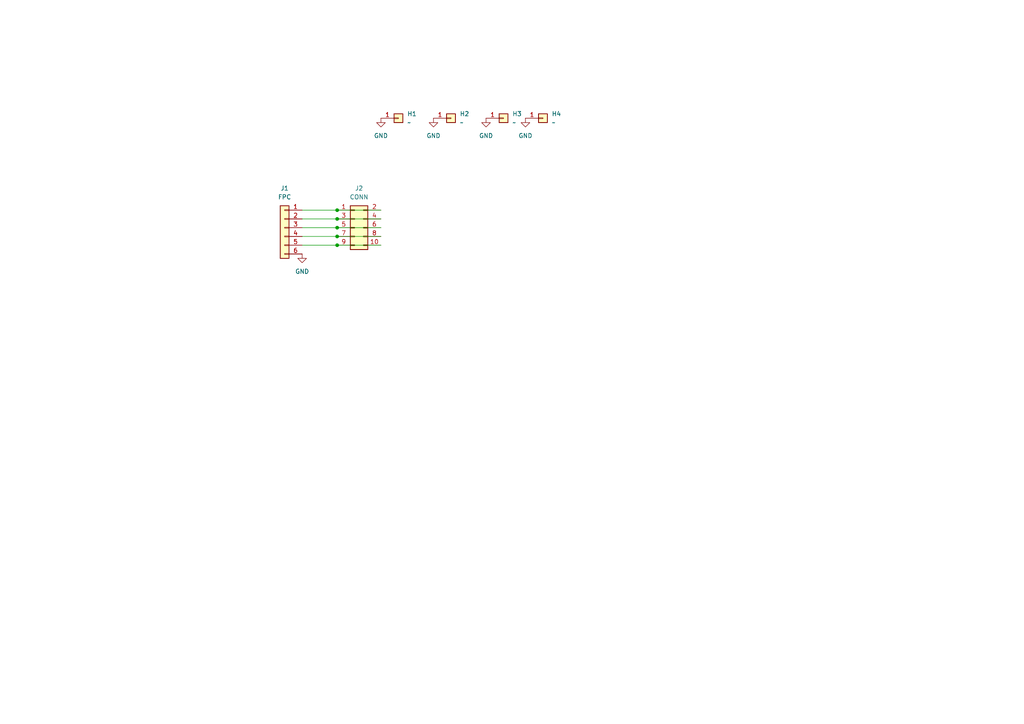
<source format=kicad_sch>
(kicad_sch (version 20211123) (generator eeschema)
  (paper "A4")
  (lib_symbols
    (symbol "Connector_Generic:Conn_01x01" (pin_names (offset 1.016) hide)
      (property "Reference" "J" (at 0 2.54 0))
      (property "Value" "Conn_01x01" (at 0 -2.54 0))
      (symbol "Conn_01x01_1_1"
        (rectangle (start -1.27 0.127) (end 0 -0.127) (stroke (width 0.1524)))
        (rectangle (start -1.27 1.27) (end 1.27 -1.27) (stroke (width 0.254)) (fill (type background)))
        (pin passive line (at -5.08 0 0) (length 3.81) (name "Pin_1") (number "1"))
      )
    )
    (symbol "Connector_Generic:Conn_01x06" (pin_names (offset 1.016) hide)
      (property "Reference" "J" (at 0 7.62 0))
      (property "Value" "Conn_01x06" (at 0 -10.16 0))
      (symbol "Conn_01x06_1_1"
        (rectangle (start -1.27 -7.493) (end 0 -7.747) (stroke (width 0.1524)))
        (rectangle (start -1.27 -4.953) (end 0 -5.207) (stroke (width 0.1524)))
        (rectangle (start -1.27 -2.413) (end 0 -2.667) (stroke (width 0.1524)))
        (rectangle (start -1.27 0.127) (end 0 -0.127) (stroke (width 0.1524)))
        (rectangle (start -1.27 2.667) (end 0 2.413) (stroke (width 0.1524)))
        (rectangle (start -1.27 5.207) (end 0 4.953) (stroke (width 0.1524)))
        (rectangle (start -1.27 6.35) (end 1.27 -8.89) (stroke (width 0.254)) (fill (type background)))
        (pin passive line (at -5.08 5.08 0) (length 3.81) (name "Pin_1") (number "1"))
        (pin passive line (at -5.08 2.54 0) (length 3.81) (name "Pin_2") (number "2"))
        (pin passive line (at -5.08 0 0) (length 3.81) (name "Pin_3") (number "3"))
        (pin passive line (at -5.08 -2.54 0) (length 3.81) (name "Pin_4") (number "4"))
        (pin passive line (at -5.08 -5.08 0) (length 3.81) (name "Pin_5") (number "5"))
        (pin passive line (at -5.08 -7.62 0) (length 3.81) (name "Pin_6") (number "6"))
      )
    )
    (symbol "Connector_Generic:Conn_02x05_Odd_Even" (pin_names (offset 1.016) hide)
      (property "Reference" "J" (at 1.27 7.62 0))
      (property "Value" "Conn_02x05_Odd_Even" (at 1.27 -7.62 0))
      (symbol "Conn_02x05_Odd_Even_1_1"
        (rectangle (start -1.27 -4.953) (end 0 -5.207) (stroke (width 0.1524)))
        (rectangle (start -1.27 -2.413) (end 0 -2.667) (stroke (width 0.1524)))
        (rectangle (start -1.27 0.127) (end 0 -0.127) (stroke (width 0.1524)))
        (rectangle (start -1.27 2.667) (end 0 2.413) (stroke (width 0.1524)))
        (rectangle (start -1.27 5.207) (end 0 4.953) (stroke (width 0.1524)))
        (rectangle (start -1.27 6.35) (end 3.81 -6.35) (stroke (width 0.254)) (fill (type background)))
        (rectangle (start 3.81 -4.953) (end 2.54 -5.207) (stroke (width 0.1524)))
        (rectangle (start 3.81 -2.413) (end 2.54 -2.667) (stroke (width 0.1524)))
        (rectangle (start 3.81 0.127) (end 2.54 -0.127) (stroke (width 0.1524)))
        (rectangle (start 3.81 2.667) (end 2.54 2.413) (stroke (width 0.1524)))
        (rectangle (start 3.81 5.207) (end 2.54 4.953) (stroke (width 0.1524)))
        (pin passive line (at -5.08 5.08 0) (length 3.81) (name "Pin_1") (number "1"))
        (pin passive line (at 7.62 -5.08 180) (length 3.81) (name "Pin_10") (number "10"))
        (pin passive line (at 7.62 5.08 180) (length 3.81) (name "Pin_2") (number "2"))
        (pin passive line (at -5.08 2.54 0) (length 3.81) (name "Pin_3") (number "3"))
        (pin passive line (at 7.62 2.54 180) (length 3.81) (name "Pin_4") (number "4"))
        (pin passive line (at -5.08 0 0) (length 3.81) (name "Pin_5") (number "5"))
        (pin passive line (at 7.62 0 180) (length 3.81) (name "Pin_6") (number "6"))
        (pin passive line (at -5.08 -2.54 0) (length 3.81) (name "Pin_7") (number "7"))
        (pin passive line (at 7.62 -2.54 180) (length 3.81) (name "Pin_8") (number "8"))
        (pin passive line (at -5.08 -5.08 0) (length 3.81) (name "Pin_9") (number "9"))
      )
    )
    (symbol "power:GND" (power) (pin_names (offset 0))
      (property "Value" "GND" (at 0 -3.81 0))
      (symbol "GND_0_1"
        (polyline (pts (xy 0 0) (xy 0 -1.27) (xy 1.27 -1.27) (xy 0 -2.54) (xy -1.27 -1.27) (xy 0 -1.27)))
      )
      (symbol "GND_1_1"
        (pin power_in line (at 0 0 270) (length 0) hide (name "GND") (number "1"))
      )
    )
  )
  (junction (at 97.79 60.96))
  (junction (at 97.79 71.12))
  (junction (at 97.79 66.04))
  (junction (at 97.79 63.5))
  (junction (at 97.79 68.58))
  (wire (pts (xy 97.79 71.12) (xy 110.49 71.12)))
  (wire (pts (xy 87.63 66.04) (xy 97.79 66.04)))
  (wire (pts (xy 87.63 71.12) (xy 97.79 71.12)))
  (wire (pts (xy 87.63 68.58) (xy 97.79 68.58)))
  (wire (pts (xy 97.79 66.04) (xy 110.49 66.04)))
  (wire (pts (xy 87.63 63.5) (xy 97.79 63.5)))
  (wire (pts (xy 97.79 68.58) (xy 110.49 68.58)))
  (wire (pts (xy 97.79 60.96) (xy 110.49 60.96)))
  (wire (pts (xy 87.63 60.96) (xy 97.79 60.96)))
  (wire (pts (xy 97.79 63.5) (xy 110.49 63.5)))
  (symbol (lib_id "power:GND") (at 110.49 34.29 0) (unit 1)
    (property "Reference" "#PWR02" (effects hide))
    (property "Value" "GND" (at 110.49 39.37 0))
  )
  (symbol (lib_id "Connector_Generic:Conn_01x01") (at 157.48 34.29 0) (unit 1)
    (property "Reference" "H4" (at 160.02 33.0199 0) (effects (justify left)))
    (property "Value" "~" (at 160.02 35.5599 0) (effects (justify left)))
    (property "Footprint" "MountingHole:MountingHole_3.2mm_M3_ISO14580_Pad" (effects hide))
  )
  (symbol (lib_id "power:GND") (at 140.97 34.29 0) (unit 1)
    (property "Reference" "#PWR04" (effects hide))
    (property "Value" "GND" (at 140.97 39.37 0))
  )
  (symbol (lib_id "Connector_Generic:Conn_01x06") (at 82.55 66.04 0) (mirror y) (unit 1)
    (property "Reference" "J1" (at 82.55 54.61 0))
    (property "Value" "FPC" (at 82.55 57.15 0))
    (property "Footprint" "XCB-FPC-DS-05-0.5mm:XCB-FPC-DS-05-0.5mm" (effects hide))
    (property "LCSC" "C2880762" (effects hide))
  )
  (symbol (lib_id "Connector_Generic:Conn_02x05_Odd_Even") (at 102.87 66.04 0) (unit 1)
    (property "Reference" "J2" (at 104.14 54.61 0))
    (property "Value" "CONN" (at 104.14 57.15 0))
    (property "Footprint" "Connector_PinHeader_2.54mm:PinHeader_2x05_P2.54mm_Vertical" (effects hide))
    (property "LCSC" "C124387" (effects hide))
  )
  (symbol (lib_id "power:GND") (at 87.63 73.66 0) (unit 1)
    (property "Reference" "#PWR01" (effects hide))
    (property "Value" "GND" (at 87.63 78.74 0))
  )
  (symbol (lib_id "Connector_Generic:Conn_01x01") (at 130.81 34.29 0) (unit 1)
    (property "Reference" "H2" (at 133.35 33.0199 0) (effects (justify left)))
    (property "Value" "~" (at 133.35 35.5599 0) (effects (justify left)))
    (property "Footprint" "MountingHole:MountingHole_3.2mm_M3_ISO14580_Pad" (effects hide))
  )
  (symbol (lib_id "Connector_Generic:Conn_01x01") (at 115.57 34.29 0) (unit 1)
    (property "Reference" "H1" (at 118.11 33.0199 0) (effects (justify left)))
    (property "Value" "~" (at 118.11 35.5599 0) (effects (justify left)))
    (property "Footprint" "MountingHole:MountingHole_3.2mm_M3_ISO14580_Pad" (effects hide))
  )
  (symbol (lib_id "power:GND") (at 125.73 34.29 0) (unit 1)
    (property "Reference" "#PWR03" (effects hide))
    (property "Value" "GND" (at 125.73 39.37 0))
  )
  (symbol (lib_id "power:GND") (at 152.4 34.29 0) (unit 1)
    (property "Reference" "#PWR05" (effects hide))
    (property "Value" "GND" (at 152.4 39.37 0))
  )
  (symbol (lib_id "Connector_Generic:Conn_01x01") (at 146.05 34.29 0) (unit 1)
    (property "Reference" "H3" (at 148.59 33.0199 0) (effects (justify left)))
    (property "Value" "~" (at 148.59 35.5599 0) (effects (justify left)))
    (property "Footprint" "MountingHole:MountingHole_3.2mm_M3_ISO14580_Pad" (effects hide))
  )
)
</source>
